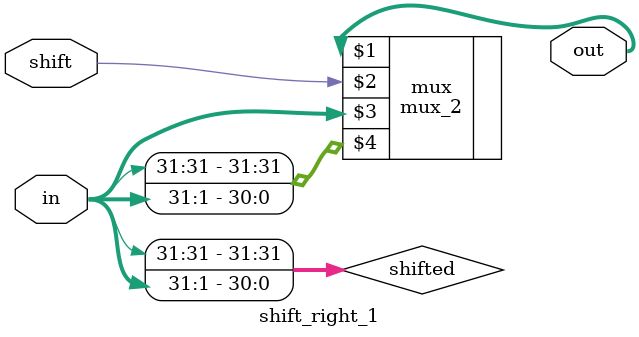
<source format=v>
module shift_right_1(
    output [31:0] out,
    input shift,
    input [31:0] in);

    wire [31:0] shifted;

    assign shifted[30:0] = in[31:1];
    assign shifted[31] = in[31];

    mux_2 mux(out, shift, in, shifted);
endmodule

</source>
